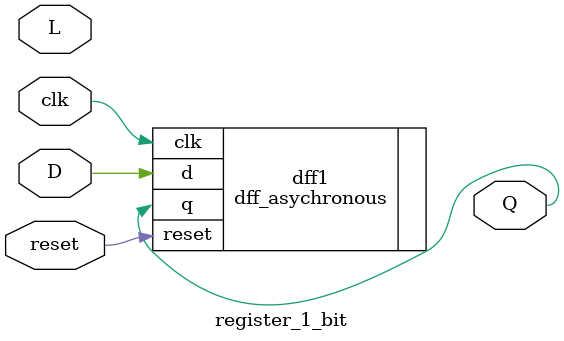
<source format=v>
module register_1_bit (D, L, clk, reset, Q);

input D; //1-bit data input
input L; // load enable
input clk; // posedge clock input
input reset; // active high reset

output Q; // 1-bit output

dff_asychronous dff1 (
  .d(D),
  .clk(clk),
  .reset(reset),
  .q(Q)
);

endmodule

</source>
